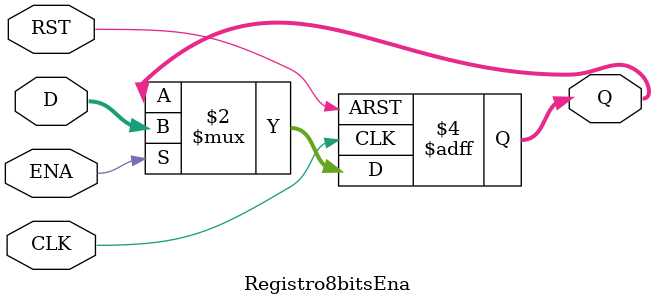
<source format=v>
`timescale 1ns / 1ps

module Registro8bitsEna (
    input wire CLK,
    input wire RST,
    input wire ENA,
    input wire [7:0] D,
    output reg [7:0] Q
);
    always @(posedge CLK or posedge RST) begin
        if (RST)
            Q <= 8'h80;
        else if (ENA)
            Q <= D;
    end
endmodule

</source>
